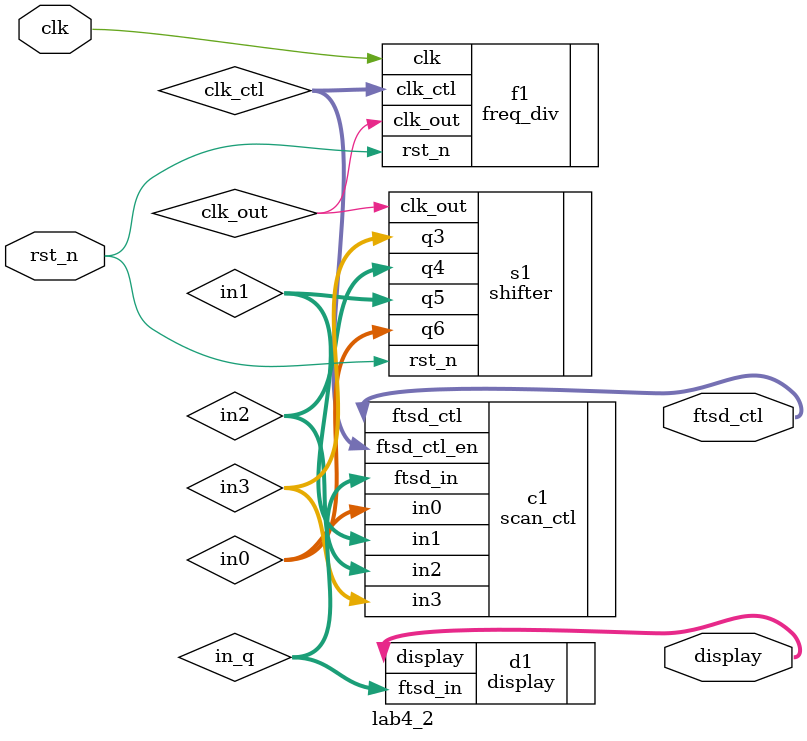
<source format=v>
`timescale 1ns / 1ps
module lab4_2(
	display,
	ftsd_ctl,
	clk,
	rst_n
    );
output [14:0] display;
output [3:0] ftsd_ctl;
input clk,rst_n;

wire clk_out;
wire [1:0] clk_ctl;
wire [2:0] in0,in1,in2,in3;
wire [2:0] in_q;

freq_div f1(
	.clk_out(clk_out), // divided clock output
	.clk_ctl(clk_ctl), // divided clock output for scan freq
	.clk(clk), // global clock input
	.rst_n(rst_n) // active low reset
	); 
	
shifter s1(
	.q3(in3), .q4(in2), .q5(in1), .q6(in0),
	.clk_out(clk_out),
	.rst_n(rst_n)
    );
scan_ctl c1(
	.ftsd_ctl(ftsd_ctl), // ftsd display control signal 
	.ftsd_in(in_q), // output to ftsd display
	.in0(in0), // 1st input
	.in1(in1), // 2nd input
	.in2(in2), // 3rd input
	.in3(in3), // 4th input
	.ftsd_ctl_en(clk_ctl) // divided clock for scan control
	);
	
display d1(
	.ftsd_in(in_q),
	.display(display)
    );
endmodule

</source>
